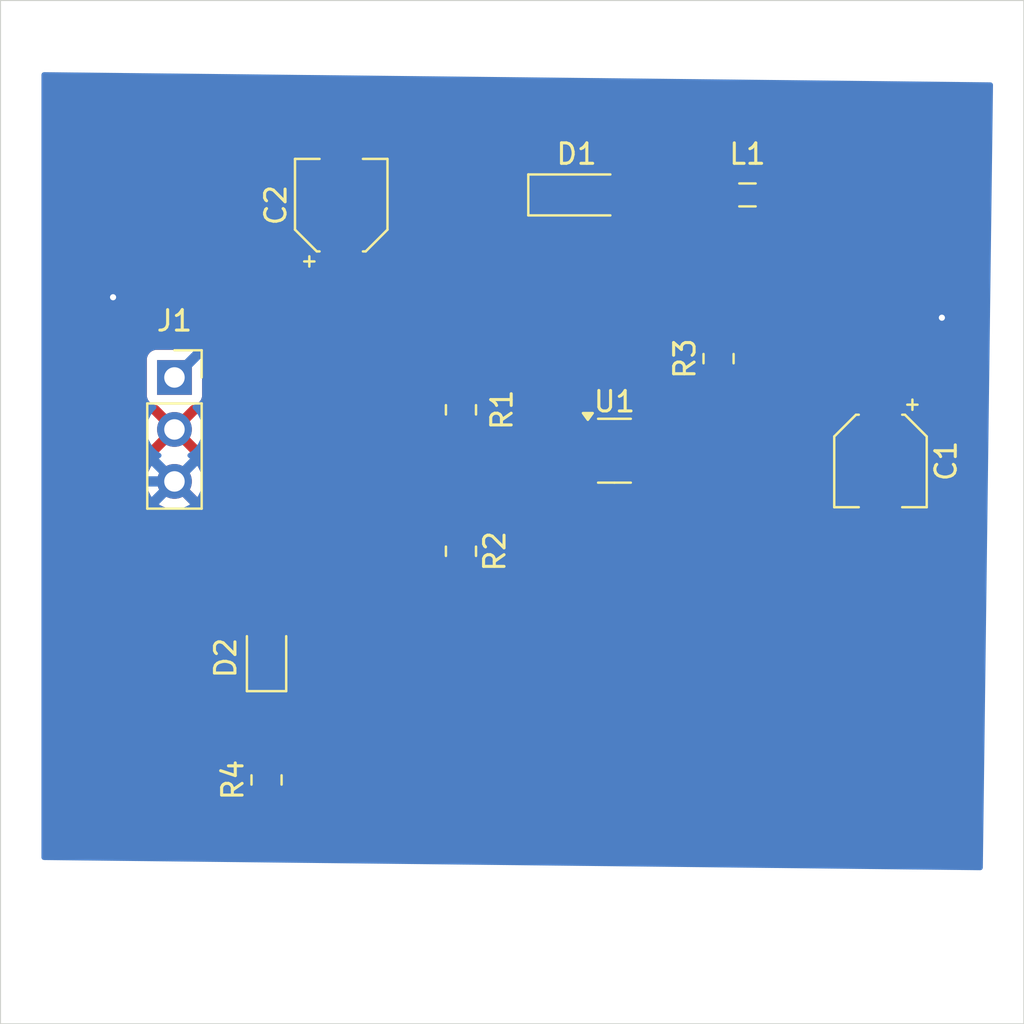
<source format=kicad_pcb>
(kicad_pcb (version 20241229) (generator "pcbnew") (generator_version "9.0")
  (layers (0 "F.Cu" signal) (2 "B.Cu" signal) (13 "F.Paste" user) (15 "B.Paste" user) (5 "F.SilkS" user "F.Silkscreen") (7 "B.SilkS" user "B.Silkscreen") (1 "F.Mask" user) (3 "B.Mask" user) (25 "Edge.Cuts" user))
  (net 0 "")
  (net 1 "VCC")
  (net 2 "GND")
  (net 3 "+5V")
  (net 4 "Net-(D1-A)")
  (net 5 "Net-(D2-K)")
  (net 6 "Net-(U1-FB)")
  (net 7 "Net-(U1-OC)")
  (footprint "Diode_SMD:D_SOD-123" (layer "F.Cu") (at 128.65 59.5)
    (property "Reference" "D1" (at 0 -2 0) (layer "F.SilkS"))
    (property "Value" "D_Schottky")
    (fp_line (start -2.36 -1) (end -2.36 1) (stroke (width 0.12)) (layer "F.SilkS"))
    (fp_line (start -2.36 -1) (end 1.65 -1) (stroke (width 0.12)) (layer "F.SilkS"))
    (fp_line (start -2.36 1) (end 1.65 1) (stroke (width 0.12)) (layer "F.SilkS"))
    (pad "1" smd roundrect (at -1.65 0) (size 0.9 1.2) (layers "F.Cu" "F.Mask" "F.Paste") (net 3 "+5V"))
    (pad "2" smd roundrect (at 1.65 0) (size 0.9 1.2) (layers "F.Cu" "F.Mask" "F.Paste") (net 4 "Net-(D1-A)"))
  )
  (footprint "Resistor_SMD:R_0805_2012Metric" (layer "F.Cu") (at 123 76.9125 -90)
    (property "Reference" "R2" (at 0 -1.65 90) (layer "F.SilkS"))
    (property "Value" "15k")
    (fp_line (start -0.227064 0.735) (end 0.227064 0.735) (stroke (width 0.12)) (layer "F.SilkS"))
    (fp_line (start -0.227064 -0.735) (end 0.227064 -0.735) (stroke (width 0.12)) (layer "F.SilkS"))
    (pad "1" smd roundrect (at -0.9125 0 270) (size 1.025 1.4) (layers "F.Cu" "F.Mask" "F.Paste") (roundrect_rratio 0.243902) (net 6 "Net-(U1-FB)"))
    (pad "2" smd roundrect (at 0.9125 0 270) (size 1.025 1.4) (layers "F.Cu" "F.Mask" "F.Paste") (roundrect_rratio 0.243902) (net 2 "GND"))
  )
  (footprint "Inductor_SMD:L_0805_2012Metric" (layer "F.Cu") (at 137 59.5 180)
    (property "Reference" "L1" (at 0 2 0) (layer "F.SilkS"))
    (property "Value" "4.7uH")
    (fp_line (start -0.399622 0.56) (end 0.399622 0.56) (stroke (width 0.12)) (layer "F.SilkS"))
    (fp_line (start -0.399622 -0.56) (end 0.399622 -0.56) (stroke (width 0.12)) (layer "F.SilkS"))
    (pad "1" smd roundrect (at -1.0625 0 180) (size 0.875 1.2) (layers "F.Cu" "F.Mask" "F.Paste") (net 1 "VCC"))
    (pad "2" smd roundrect (at 1.0625 0 180) (size 0.875 1.2) (layers "F.Cu" "F.Mask" "F.Paste") (net 4 "Net-(D1-A)"))
  )
  (footprint "Resistor_SMD:R_0805_2012Metric" (layer "F.Cu") (at 113.5 88.0875 90)
    (property "Reference" "R4" (at 0 -1.65 90) (layer "F.SilkS"))
    (property "Value" "1k")
    (fp_line (start -0.227064 -0.735) (end 0.227064 -0.735) (stroke (width 0.12)) (layer "F.SilkS"))
    (fp_line (start -0.227064 0.735) (end 0.227064 0.735) (stroke (width 0.12)) (layer "F.SilkS"))
    (pad "1" smd roundrect (at -0.9125 0 90) (size 1.025 1.4) (layers "F.Cu" "F.Mask" "F.Paste") (roundrect_rratio 0.243902) (net 2 "GND"))
    (pad "2" smd roundrect (at 0.9125 0 90) (size 1.025 1.4) (layers "F.Cu" "F.Mask" "F.Paste") (roundrect_rratio 0.243902) (net 5 "Net-(D2-K)"))
  )
  (footprint "Package_TO_SOT_SMD:SOT-23-6" (layer "F.Cu") (at 130.5 72)
    (property "Reference" "U1" (at 0 -2.4 0) (layer "F.SilkS"))
    (property "Value" "MT3608L")
    (fp_line (start 0 -1.56) (end -0.8 -1.56) (stroke (width 0.12)) (layer "F.SilkS"))
    (fp_line (start 0 -1.56) (end 0.8 -1.56) (stroke (width 0.12)) (layer "F.SilkS"))
    (fp_line (start 0 1.56) (end -0.8 1.56) (stroke (width 0.12)) (layer "F.SilkS"))
    (fp_line (start 0 1.56) (end 0.8 1.56) (stroke (width 0.12)) (layer "F.SilkS"))
    (fp_poly (pts (xy -1.3 -1.51) (xy -1.54 -1.84) (xy -1.06 -1.84)) (stroke (width 0.12)) (fill yes) (layer "F.SilkS"))
    (pad "1" smd roundrect (at -1.1375 -0.95) (size 1.325 0.6) (layers "F.Cu" "F.Mask" "F.Paste") (net 4 "Net-(D1-A)"))
    (pad "2" smd roundrect (at -1.1375 0) (size 1.325 0.6) (layers "F.Cu" "F.Mask" "F.Paste") (net 2 "GND"))
    (pad "3" smd roundrect (at -1.1375 0.95) (size 1.325 0.6) (layers "F.Cu" "F.Mask" "F.Paste") (net 6 "Net-(U1-FB)"))
    (pad "4" smd roundrect (at 1.1375 0.95) (size 1.325 0.6) (layers "F.Cu" "F.Mask" "F.Paste") (net 1 "VCC"))
    (pad "5" smd roundrect (at 1.1375 0) (size 1.325 0.6) (layers "F.Cu" "F.Mask" "F.Paste") (net 1 "VCC"))
    (pad "6" smd roundrect (at 1.1375 -0.95) (size 1.325 0.6) (layers "F.Cu" "F.Mask" "F.Paste") (net 7 "Net-(U1-OC)"))
  )
  (footprint "Resistor_SMD:R_0805_2012Metric" (layer "F.Cu") (at 123 70 -90)
    (property "Reference" "R1" (at 0 -2 90) (layer "F.SilkS"))
    (property "Value" "110k")
    (fp_line (start -0.227064 0.735) (end 0.227064 0.735) (stroke (width 0.12)) (layer "F.SilkS"))
    (fp_line (start -0.227064 -0.735) (end 0.227064 -0.735) (stroke (width 0.12)) (layer "F.SilkS"))
    (pad "1" smd roundrect (at -0.9125 0 270) (size 1.025 1.4) (layers "F.Cu" "F.Mask" "F.Paste") (roundrect_rratio 0.243902) (net 3 "+5V"))
    (pad "2" smd roundrect (at 0.9125 0 270) (size 1.025 1.4) (layers "F.Cu" "F.Mask" "F.Paste") (roundrect_rratio 0.243902) (net 6 "Net-(U1-FB)"))
  )
  (footprint "Resistor_SMD:R_0805_2012Metric" (layer "F.Cu") (at 135.5875 67.5 90)
    (property "Reference" "R3" (at 0 -1.65 90) (layer "F.SilkS"))
    (property "Value" "20k")
    (fp_line (start -0.227064 -0.735) (end 0.227064 -0.735) (stroke (width 0.12)) (layer "F.SilkS"))
    (fp_line (start -0.227064 0.735) (end 0.227064 0.735) (stroke (width 0.12)) (layer "F.SilkS"))
    (pad "1" smd roundrect (at -0.9125 0 90) (size 1.025 1.4) (layers "F.Cu" "F.Mask" "F.Paste") (roundrect_rratio 0.243902) (net 7 "Net-(U1-OC)"))
    (pad "2" smd roundrect (at 0.9125 0 90) (size 1.025 1.4) (layers "F.Cu" "F.Mask" "F.Paste") (roundrect_rratio 0.243902) (net 2 "GND"))
  )
  (footprint "LED_SMD:LED_0805_2012Metric" (layer "F.Cu") (at 113.5 82.0625 90)
    (property "Reference" "D2" (at -0.0625 -2 90) (layer "F.SilkS"))
    (property "Value" "LED")
    (fp_line (start 1 -0.96) (end -1.685 -0.96) (stroke (width 0.12)) (layer "F.SilkS"))
    (fp_line (start -1.685 -0.96) (end -1.685 0.96) (stroke (width 0.12)) (layer "F.SilkS"))
    (fp_line (start -1.685 0.96) (end 1 0.96) (stroke (width 0.12)) (layer "F.SilkS"))
    (pad "1" smd roundrect (at -0.9375 0 90) (size 0.975 1.4) (layers "F.Cu" "F.Mask" "F.Paste") (net 5 "Net-(D2-K)"))
    (pad "2" smd roundrect (at 0.9375 0 90) (size 0.975 1.4) (layers "F.Cu" "F.Mask" "F.Paste") (net 3 "+5V"))
  )
  (footprint "Capacitor_SMD:CP_Elec_4x3" (layer "F.Cu") (at 117.15 60 90)
    (property "Reference" "C2" (at 0 -3.2 90) (layer "F.SilkS"))
    (property "Value" "22uF")
    (fp_line (start 2.26 -2.26) (end 2.26 -1.06) (stroke (width 0.12)) (layer "F.SilkS"))
    (fp_line (start -1.195563 -2.26) (end 2.26 -2.26) (stroke (width 0.12)) (layer "F.SilkS"))
    (fp_line (start -2.75 -1.81) (end -2.75 -1.31) (stroke (width 0.12)) (layer "F.SilkS"))
    (fp_line (start -3 -1.56) (end -2.5 -1.56) (stroke (width 0.12)) (layer "F.SilkS"))
    (fp_line (start -2.26 -1.195563) (end -1.195563 -2.26) (stroke (width 0.12)) (layer "F.SilkS"))
    (fp_line (start -2.26 -1.195563) (end -2.26 -1.06) (stroke (width 0.12)) (layer "F.SilkS"))
    (fp_line (start -2.26 1.195563) (end -2.26 1.06) (stroke (width 0.12)) (layer "F.SilkS"))
    (fp_line (start -2.26 1.195563) (end -1.195563 2.26) (stroke (width 0.12)) (layer "F.SilkS"))
    (fp_line (start 2.26 2.26) (end 2.26 1.06) (stroke (width 0.12)) (layer "F.SilkS"))
    (fp_line (start -1.195563 2.26) (end 2.26 2.26) (stroke (width 0.12)) (layer "F.SilkS"))
    (pad "1" smd roundrect (at -1.8 0 90) (size 2.6 1.6) (layers "F.Cu" "F.Mask" "F.Paste") (roundrect_rratio 0.15625) (net 3 "+5V"))
    (pad "2" smd roundrect (at 1.8 0 90) (size 2.6 1.6) (layers "F.Cu" "F.Mask" "F.Paste") (roundrect_rratio 0.15625) (net 2 "GND"))
  )
  (footprint "Connector_PinSocket_2.54mm:PinSocket_1x03_P2.54mm_Vertical" (layer "F.Cu") (at 109 68.42)
    (property "Reference" "J1" (at 0 -2.77 0) (layer "F.SilkS"))
    (property "Value" "Conn_01x03_Pin")
    (fp_line (start -1.33 1.27) (end -1.33 6.41) (stroke (width 0.12)) (layer "F.SilkS"))
    (fp_line (start -1.33 1.27) (end 1.33 1.27) (stroke (width 0.12)) (layer "F.SilkS"))
    (fp_line (start -1.33 6.41) (end 1.33 6.41) (stroke (width 0.12)) (layer "F.SilkS"))
    (fp_line (start 0 -1.33) (end 1.33 -1.33) (stroke (width 0.12)) (layer "F.SilkS"))
    (fp_line (start 1.33 -1.33) (end 1.33 0) (stroke (width 0.12)) (layer "F.SilkS"))
    (fp_line (start 1.33 1.27) (end 1.33 6.41) (stroke (width 0.12)) (layer "F.SilkS"))
    (pad "1" thru_hole rect (at 0 0) (size 1.7 1.7) (drill 1) (layers "*.Cu" "*.Mask") (net 1 "VCC"))
    (pad "2" thru_hole circle (at 0 2.54) (size 1.7 1.7) (drill 1) (layers "*.Cu" "*.Mask") (net 2 "GND"))
    (pad "3" thru_hole circle (at 0 5.08) (size 1.7 1.7) (drill 1) (layers "*.Cu" "*.Mask") (net 3 "+5V"))
  )
  (footprint "Capacitor_SMD:CP_Elec_4x3" (layer "F.Cu") (at 143.5 72.5 -90)
    (property "Reference" "C1" (at 0 -3.2 90) (layer "F.SilkS"))
    (property "Value" "22uF")
    (fp_line (start -1.195563 2.26) (end 2.26 2.26) (stroke (width 0.12)) (layer "F.SilkS"))
    (fp_line (start 2.26 2.26) (end 2.26 1.06) (stroke (width 0.12)) (layer "F.SilkS"))
    (fp_line (start -2.26 1.195563) (end -1.195563 2.26) (stroke (width 0.12)) (layer "F.SilkS"))
    (fp_line (start -2.26 1.195563) (end -2.26 1.06) (stroke (width 0.12)) (layer "F.SilkS"))
    (fp_line (start -2.26 -1.195563) (end -2.26 -1.06) (stroke (width 0.12)) (layer "F.SilkS"))
    (fp_line (start -2.26 -1.195563) (end -1.195563 -2.26) (stroke (width 0.12)) (layer "F.SilkS"))
    (fp_line (start -3 -1.56) (end -2.5 -1.56) (stroke (width 0.12)) (layer "F.SilkS"))
    (fp_line (start -2.75 -1.81) (end -2.75 -1.31) (stroke (width 0.12)) (layer "F.SilkS"))
    (fp_line (start -1.195563 -2.26) (end 2.26 -2.26) (stroke (width 0.12)) (layer "F.SilkS"))
    (fp_line (start 2.26 -2.26) (end 2.26 -1.06) (stroke (width 0.12)) (layer "F.SilkS"))
    (pad "1" smd roundrect (at -1.8 0 270) (size 2.6 1.6) (layers "F.Cu" "F.Mask" "F.Paste") (roundrect_rratio 0.15625) (net 1 "VCC"))
    (pad "2" smd roundrect (at 1.8 0 270) (size 2.6 1.6) (layers "F.Cu" "F.Mask" "F.Paste") (roundrect_rratio 0.15625) (net 2 "GND"))
  )
  (gr_line (start 150.5 50) (end 150.5 100) (stroke (width 0.05)) (layer "Edge.Cuts"))
  (gr_line (start 150.5 100) (end 100.5 100) (stroke (width 0.05)) (layer "Edge.Cuts"))
  (gr_line (start 100.5 50) (end 150.5 50) (stroke (width 0.05)) (layer "Edge.Cuts"))
  (gr_line (start 100.5 100) (end 100.5 50) (stroke (width 0.05)) (layer "Edge.Cuts"))
  (segment (start 138.0625 59.5) (end 139.5 59.5) (width 0.5) (layer "F.Cu") (net 1))
  (segment (start 143.5 70.7) (end 142.2 72) (width 0.5) (layer "F.Cu") (net 1))
  (segment (start 142.2 72) (end 137.5 72) (width 0.5) (layer "F.Cu") (net 1))
  (segment (start 137.5 72) (end 131.6375 72) (width 0.5) (layer "F.Cu") (net 1))
  (segment (start 143.5 68.5) (end 146.5 65.5) (width 0.5) (layer "F.Cu") (net 1))
  (segment (start 136.9 72) (end 137.5 72) (width 0.5) (layer "F.Cu") (net 1))
  (segment (start 131.6375 72.95) (end 135.95 72.95) (width 0.5) (layer "F.Cu") (net 1))
  (segment (start 143.5 63.5) (end 143.5 70.7) (width 0.5) (layer "F.Cu") (net 1))
  (segment (start 139.5 59.5) (end 143.5 63.5) (width 0.5) (layer "F.Cu") (net 1))
  (segment (start 143.5 70.7) (end 143.5 68.5) (width 0.5) (layer "F.Cu") (net 1))
  (segment (start 135.95 72.95) (end 136.9 72) (width 0.5) (layer "F.Cu") (net 1))
  (via (at 146.5 65.5) (size 0.6) (drill 0.3) (layers "F.Cu" "B.Cu") (net 1))
  (segment (start 145.5 64.5) (end 112.92 64.5) (width 0.5) (layer "B.Cu") (net 1))
  (segment (start 146.5 65.5) (end 145.5 64.5) (width 0.5) (layer "B.Cu") (net 1))
  (segment (start 112.92 64.5) (end 109 68.42) (width 0.5) (layer "B.Cu") (net 1))
  (segment (start 127 59.5) (end 127 65.0875) (width 0.5) (layer "F.Cu") (net 3))
  (segment (start 109 73.5) (end 113.5 78) (width 0.5) (layer "F.Cu") (net 3))
  (segment (start 113.5 78) (end 113.5 81.125) (width 0.5) (layer "F.Cu") (net 3))
  (segment (start 108.7 61.8) (end 108.5 62) (width 0.5) (layer "F.Cu") (net 3))
  (segment (start 117.8 61.8) (end 120.1 59.5) (width 0.5) (layer "F.Cu") (net 3))
  (segment (start 108.5 62) (end 106 64.5) (width 0.5) (layer "F.Cu") (net 3))
  (segment (start 127 65.0875) (end 123 69.0875) (width 0.5) (layer "F.Cu") (net 3))
  (segment (start 120.1 59.5) (end 127 59.5) (width 0.5) (layer "F.Cu") (net 3))
  (segment (start 117.15 61.8) (end 108.7 61.8) (width 0.5) (layer "F.Cu") (net 3))
  (segment (start 117.15 61.8) (end 117.8 61.8) (width 0.5) (layer "F.Cu") (net 3))
  (via (at 106 64.5) (size 0.6) (drill 0.3) (layers "F.Cu" "B.Cu") (net 3))
  (segment (start 106.5 73.5) (end 109 73.5) (width 0.5) (layer "B.Cu") (net 3))
  (segment (start 106 73) (end 106.5 73.5) (width 0.5) (layer "B.Cu") (net 3))
  (segment (start 106 64.5) (end 106 73) (width 0.5) (layer "B.Cu") (net 3))
  (segment (start 129.3625 67.6375) (end 129.3625 71.05) (width 0.5) (layer "F.Cu") (net 4))
  (segment (start 135.9375 61.0625) (end 129.3625 67.6375) (width 0.5) (layer "F.Cu") (net 4))
  (segment (start 135.9375 59.5) (end 135.9375 61.0625) (width 0.5) (layer "F.Cu") (net 4))
  (segment (start 135.9375 59.5) (end 130.3 59.5) (width 0.5) (layer "F.Cu") (net 4))
  (segment (start 113.5 83) (end 113.5 87.175) (width 0.5) (layer "F.Cu") (net 5))
  (segment (start 123 73.5) (end 123 73) (width 0.5) (layer "F.Cu") (net 6))
  (segment (start 123 73.5) (end 123 76) (width 0.5) (layer "F.Cu") (net 6))
  (segment (start 123 70.9125) (end 123 73.5) (width 0.5) (layer "F.Cu") (net 6))
  (segment (start 123.4 73) (end 123.45 72.95) (width 0.5) (layer "F.Cu") (net 6))
  (segment (start 123.45 72.95) (end 129.3625 72.95) (width 0.5) (layer "F.Cu") (net 6))
  (segment (start 123 73) (end 123.4 73) (width 0.5) (layer "F.Cu") (net 6))
  (segment (start 132.95 71.05) (end 135.5875 68.4125) (width 0.5) (layer "F.Cu") (net 7))
  (segment (start 131.6375 71.05) (end 132.95 71.05) (width 0.5) (layer "F.Cu") (net 7))
  (zone (net 2) (net_name "GND") (layer "F.Cu") (priority 1) (connect_pads (clearance 0.5)) (min_thickness 0.25) (fill yes (thermal_gap 0.75) (thermal_bridge_width 0.5) (island_removal_mode 1) (island_area_min 10))
    (polygon (pts (xy 105 55) (xy 105 91) (xy 146.992958 91) (xy 147.5 55)))
  )
  (zone (net 3) (net_name "+5V") (layer "B.Cu") (connect_pads (clearance 0.5)) (min_thickness 0.25) (fill yes (thermal_gap 0.5) (thermal_bridge_width 0.5) (island_removal_mode 1) (island_area_min 10))
    (polygon (pts (xy 102.5 53.5) (xy 149 54) (xy 148.5 92.5) (xy 102.5 92)))
  )
)
</source>
